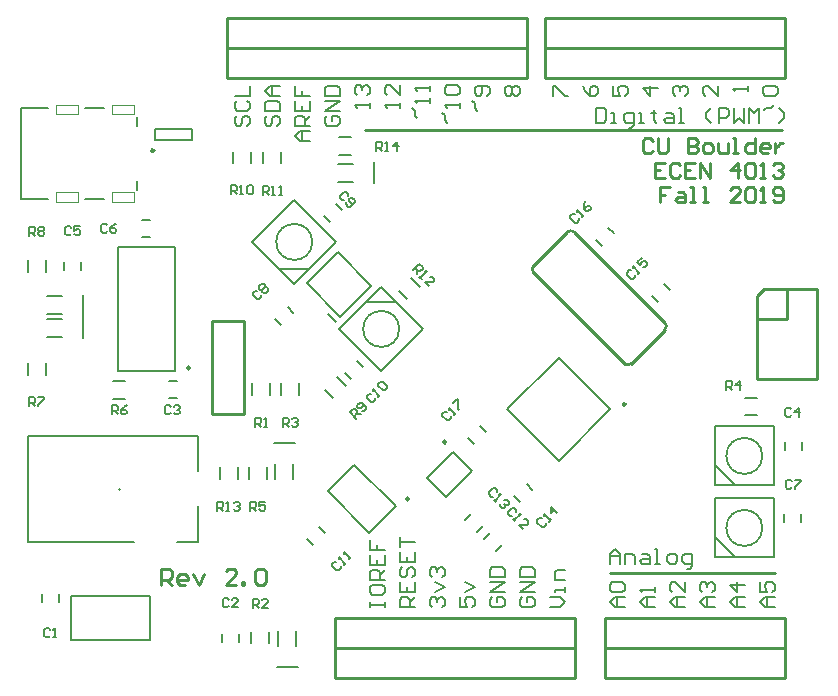
<source format=gto>
G04*
G04 #@! TF.GenerationSoftware,Altium Limited,Altium Designer,19.1.8 (144)*
G04*
G04 Layer_Color=65535*
%FSLAX25Y25*%
%MOIN*%
G70*
G01*
G75*
%ADD10C,0.00984*%
%ADD11C,0.00787*%
%ADD12C,0.01000*%
%ADD13C,0.00600*%
%ADD14C,0.00500*%
%ADD15C,0.00900*%
%ADD16C,0.00800*%
%ADD17C,0.00700*%
%ADD18C,0.00000*%
D10*
X56567Y103315D02*
G03*
X56567Y103315I-492J0D01*
G01*
X201815Y91240D02*
G03*
X201815Y91240I-492J0D01*
G01*
X44602Y175835D02*
G03*
X44602Y175835I-492J0D01*
G01*
X141970Y78639D02*
G03*
X141970Y78639I-492J0D01*
G01*
X129564Y59641D02*
G03*
X129564Y59641I-492J0D01*
G01*
D11*
X126282Y116337D02*
G03*
X126282Y116337I-6000J0D01*
G01*
X97290Y145328D02*
G03*
X97290Y145328I-6000J0D01*
G01*
X247300Y50000D02*
G03*
X247300Y50000I-6000J0D01*
G01*
Y74000D02*
G03*
X247300Y74000I-6000J0D01*
G01*
X153144Y83993D02*
X155093Y82044D01*
X149107Y79956D02*
X151056Y78007D01*
X89082Y123713D02*
X91030Y121765D01*
X85045Y119677D02*
X86994Y117728D01*
X101529Y95983D02*
X104312Y93199D01*
X105704Y100159D02*
X108488Y97375D01*
X105144Y157993D02*
X107093Y156044D01*
X101107Y153956D02*
X103056Y152007D01*
X152219Y48662D02*
X154167Y50610D01*
X148182Y52698D02*
X150131Y54647D01*
X158583Y42298D02*
X160531Y44246D01*
X154546Y46334D02*
X156495Y48283D01*
X95621Y46306D02*
X97570Y44358D01*
X99657Y50343D02*
X101606Y48394D01*
X32551Y143669D02*
X51449D01*
X32551Y102331D02*
X51449D01*
X32551D02*
Y143669D01*
X51449Y102331D02*
Y143669D01*
X254646Y51822D02*
Y54578D01*
X260354Y51822D02*
Y54578D01*
X254746Y75822D02*
Y78578D01*
X260454Y75822D02*
Y78578D01*
X241621Y93453D02*
X245558D01*
X241621Y87547D02*
X245558D01*
X112275Y105753D02*
X114224Y103804D01*
X108238Y101716D02*
X110187Y99767D01*
X77347Y94332D02*
Y98269D01*
X83253Y94332D02*
Y98269D01*
X87047Y94332D02*
Y98269D01*
X92953Y94332D02*
Y98269D01*
X2547Y101131D02*
Y105069D01*
X8453Y101131D02*
Y105069D01*
X8453Y135432D02*
Y139368D01*
X2547Y135432D02*
Y139368D01*
X76247Y66431D02*
Y70368D01*
X82153Y66431D02*
Y70368D01*
X49422Y98854D02*
X52178D01*
X49422Y93146D02*
X52178D01*
X40622Y152654D02*
X43378D01*
X40622Y146946D02*
X43378D01*
X106332Y180153D02*
X110268D01*
X106332Y174247D02*
X110268D01*
X31032Y93047D02*
X34969D01*
X31032Y98953D02*
X34969D01*
X86953Y171531D02*
Y175469D01*
X81047Y171531D02*
Y175469D01*
X76953Y171531D02*
Y175469D01*
X71047Y171531D02*
Y175469D01*
X16811Y27283D02*
X43189D01*
X16811Y12717D02*
X43189D01*
Y27283D01*
X16811Y12717D02*
Y27283D01*
X118000Y164900D02*
Y171900D01*
X20900Y120700D02*
Y127700D01*
Y113200D02*
Y120200D01*
X84400Y78200D02*
X91400D01*
X85500Y3714D02*
X92500D01*
X12854Y25217D02*
Y27972D01*
X7146Y25217D02*
Y27972D01*
X179400Y106760D02*
X196660Y89500D01*
X162140D02*
X179400Y72240D01*
X196660Y89500D01*
X162140D02*
X179400Y106760D01*
X82953Y11535D02*
Y15472D01*
X77047Y11535D02*
Y15472D01*
X72854Y12027D02*
Y14783D01*
X67146Y12027D02*
Y14783D01*
X126207Y129005D02*
X128990Y126221D01*
X130382Y133181D02*
X133166Y130397D01*
X20254Y135922D02*
Y138678D01*
X14546Y135922D02*
Y138678D01*
X164707Y60656D02*
X166656Y58707D01*
X168744Y64693D02*
X170693Y62744D01*
X191807Y146056D02*
X193756Y144107D01*
X195844Y150093D02*
X197793Y148144D01*
X214544Y131393D02*
X216493Y129444D01*
X210507Y127356D02*
X212456Y125407D01*
X66547Y66431D02*
Y70368D01*
X72453Y66431D02*
Y70368D01*
X120282Y130256D02*
X134201Y116337D01*
X106362Y116337D02*
X120282Y130256D01*
X106362Y116337D02*
X120282Y102417D01*
X134201Y116337D01*
X115443Y125418D02*
X125120Y125418D01*
X77371Y145328D02*
X91290Y131409D01*
X105210Y145328D01*
X91290Y159247D02*
X105210Y145328D01*
X77371D02*
X91290Y159247D01*
X86452Y136247D02*
X96129D01*
X231457Y40157D02*
Y59842D01*
Y40157D02*
X251143D01*
Y59842D01*
X231457D02*
X251143D01*
X231457Y47000D02*
X238300Y40157D01*
X231457Y64157D02*
Y83842D01*
Y64157D02*
X251143D01*
Y83842D01*
X231457D02*
X251143D01*
X231457Y71000D02*
X238300Y64157D01*
X44898Y179378D02*
X57102D01*
X44898Y182921D02*
X57102D01*
X44898Y179378D02*
Y182921D01*
X57102Y179378D02*
Y182921D01*
X135423Y66599D02*
X141826Y60196D01*
X144053Y75229D02*
X150456Y68826D01*
X141826Y60196D02*
X150456Y68826D01*
X135423Y66599D02*
X144053Y75229D01*
X111311Y71139D02*
X125230Y57219D01*
X102402Y62230D02*
X116322Y48311D01*
X125230Y57219D01*
X102402Y62230D02*
X111311Y71139D01*
X105792Y141893D02*
X116928Y130757D01*
X95492Y131592D02*
X106627Y120457D01*
X116928Y130757D01*
X95492Y131592D02*
X105792Y141893D01*
X102674Y121275D02*
X105149Y118800D01*
D12*
X184473Y148662D02*
G03*
X182352Y148662I-1061J-1061D01*
G01*
X171038Y137348D02*
G03*
X171005Y135193I1061J-1094D01*
G01*
X214879Y116135D02*
G03*
X214912Y118289I-1061J1094D01*
G01*
X201394Y104804D02*
G03*
X203548Y104804I1077J1077D01*
G01*
X196500Y35000D02*
X251500D01*
X115000Y182500D02*
X254000D01*
X105000Y0D02*
Y10000D01*
Y0D02*
X185000D01*
Y10000D01*
X195000Y0D02*
Y5000D01*
Y0D02*
X205000D01*
X255000D02*
Y10000D01*
X205000Y0D02*
X255000D01*
X195000Y5000D02*
Y10000D01*
X255000Y210000D02*
Y220000D01*
X175000Y210000D02*
Y220000D01*
X255000D01*
X159000D02*
X169000D01*
X69000Y210000D02*
Y220000D01*
X159000D01*
X169000Y210000D02*
Y220000D01*
X248051Y129803D02*
X265551D01*
X245551Y127303D02*
X248051Y129803D01*
X245551Y99803D02*
Y127303D01*
X255551Y119803D02*
Y129803D01*
X245551Y119803D02*
X255551D01*
X265551Y99803D02*
Y129803D01*
X245551Y99803D02*
X265551D01*
X169000Y200000D02*
Y210000D01*
X159000Y200000D02*
X169000D01*
X69000Y210000D02*
X159000D01*
X69000Y200000D02*
Y210000D01*
Y200000D02*
X159000D01*
Y210000D02*
X169000D01*
X185000Y10000D02*
Y20000D01*
X105000Y10000D02*
X185000D01*
X105000D02*
Y20000D01*
X185000D01*
X175000Y210000D02*
X255000D01*
X175000Y200000D02*
Y210000D01*
Y200000D02*
X255000D01*
Y210000D01*
X195000Y15000D02*
Y20000D01*
X205000D01*
Y10000D02*
X255000D01*
Y20000D01*
X205000D02*
X255000D01*
X195000Y10000D02*
X205000D01*
X195000D02*
Y15000D01*
X64000Y88000D02*
Y119000D01*
X74500D01*
X64000Y88000D02*
X74500D01*
Y119000D01*
X32969Y63000D02*
X33000D01*
X171005Y135193D02*
X201410Y104788D01*
X184507Y148695D02*
X214912Y118289D01*
X203548Y104804D02*
X214879Y116135D01*
X171022Y137331D02*
X182369Y148678D01*
D13*
X106000Y165400D02*
X111000D01*
X106000Y171400D02*
X111000D01*
X8900Y121200D02*
X13900D01*
X8900Y127200D02*
X13900D01*
X8900Y113700D02*
X13900D01*
X8900Y119700D02*
X13900D01*
X90900Y66200D02*
Y71200D01*
X84900Y66200D02*
Y71200D01*
X86000Y10714D02*
Y15714D01*
X92000Y10714D02*
Y15714D01*
D14*
X38906Y184063D02*
Y186858D01*
Y162803D02*
Y165677D01*
X21661Y190008D02*
X28000D01*
X21661Y159693D02*
X28000D01*
X126Y190008D02*
X9221D01*
X126Y159693D02*
Y190008D01*
Y159693D02*
X9221D01*
X2654Y45283D02*
X37890D01*
X59346Y69102D02*
Y80717D01*
X2654D02*
X59346D01*
X2654Y45283D02*
Y80717D01*
X59346Y45283D02*
Y57291D01*
X52063Y45283D02*
X59346D01*
D15*
X210763Y178981D02*
X209930Y179815D01*
X208263D01*
X207430Y178981D01*
Y175649D01*
X208263Y174816D01*
X209930D01*
X210763Y175649D01*
X212429Y179815D02*
Y175649D01*
X213262Y174816D01*
X214928D01*
X215761Y175649D01*
Y179815D01*
X222426D02*
Y174816D01*
X224925D01*
X225758Y175649D01*
Y176482D01*
X224925Y177315D01*
X222426D01*
X224925D01*
X225758Y178148D01*
Y178981D01*
X224925Y179815D01*
X222426D01*
X228257Y174816D02*
X229923D01*
X230756Y175649D01*
Y177315D01*
X229923Y178148D01*
X228257D01*
X227424Y177315D01*
Y175649D01*
X228257Y174816D01*
X232422Y178148D02*
Y175649D01*
X233255Y174816D01*
X235755D01*
Y178148D01*
X237421Y174816D02*
X239087D01*
X238254D01*
Y179815D01*
X237421D01*
X244918D02*
Y174816D01*
X242419D01*
X241586Y175649D01*
Y177315D01*
X242419Y178148D01*
X244918D01*
X249084Y174816D02*
X247417D01*
X246584Y175649D01*
Y177315D01*
X247417Y178148D01*
X249084D01*
X249917Y177315D01*
Y176482D01*
X246584D01*
X251583Y178148D02*
Y174816D01*
Y176482D01*
X252416Y177315D01*
X253249Y178148D01*
X254082D01*
X214928Y171656D02*
X211596D01*
Y166658D01*
X214928D01*
X211596Y169157D02*
X213262D01*
X219926Y170823D02*
X219093Y171656D01*
X217427D01*
X216594Y170823D01*
Y167491D01*
X217427Y166658D01*
X219093D01*
X219926Y167491D01*
X224925Y171656D02*
X221592D01*
Y166658D01*
X224925D01*
X221592Y169157D02*
X223259D01*
X226591Y166658D02*
Y171656D01*
X229923Y166658D01*
Y171656D01*
X239087Y166658D02*
Y171656D01*
X236588Y169157D01*
X239920D01*
X241586Y170823D02*
X242419Y171656D01*
X244085D01*
X244918Y170823D01*
Y167491D01*
X244085Y166658D01*
X242419D01*
X241586Y167491D01*
Y170823D01*
X246584Y166658D02*
X248251D01*
X247417D01*
Y171656D01*
X246584Y170823D01*
X250750D02*
X251583Y171656D01*
X253249D01*
X254082Y170823D01*
Y169990D01*
X253249Y169157D01*
X252416D01*
X253249D01*
X254082Y168324D01*
Y167491D01*
X253249Y166658D01*
X251583D01*
X250750Y167491D01*
X216594Y163498D02*
X213262D01*
Y160999D01*
X214928D01*
X213262D01*
Y158500D01*
X219093Y161832D02*
X220759D01*
X221592Y160999D01*
Y158500D01*
X219093D01*
X218260Y159333D01*
X219093Y160166D01*
X221592D01*
X223259Y158500D02*
X224925D01*
X224092D01*
Y163498D01*
X223259D01*
X227424Y158500D02*
X229090D01*
X228257D01*
Y163498D01*
X227424D01*
X239920Y158500D02*
X236588D01*
X239920Y161832D01*
Y162665D01*
X239087Y163498D01*
X237421D01*
X236588Y162665D01*
X241586D02*
X242419Y163498D01*
X244085D01*
X244918Y162665D01*
Y159333D01*
X244085Y158500D01*
X242419D01*
X241586Y159333D01*
Y162665D01*
X246584Y158500D02*
X248251D01*
X247417D01*
Y163498D01*
X246584Y162665D01*
X250750Y159333D02*
X251583Y158500D01*
X253249D01*
X254082Y159333D01*
Y162665D01*
X253249Y163498D01*
X251583D01*
X250750Y162665D01*
Y161832D01*
X251583Y160999D01*
X254082D01*
X46800Y31000D02*
Y36398D01*
X49499D01*
X50399Y35499D01*
Y33699D01*
X49499Y32799D01*
X46800D01*
X48599D02*
X50399Y31000D01*
X54897D02*
X53098D01*
X52198Y31900D01*
Y33699D01*
X53098Y34599D01*
X54897D01*
X55797Y33699D01*
Y32799D01*
X52198D01*
X57596Y34599D02*
X59396Y31000D01*
X61195Y34599D01*
X71992Y31000D02*
X68393D01*
X71992Y34599D01*
Y35499D01*
X71092Y36398D01*
X69293D01*
X68393Y35499D01*
X73791Y31000D02*
Y31900D01*
X74691D01*
Y31000D01*
X73791D01*
X78290Y35499D02*
X79189Y36398D01*
X80989D01*
X81889Y35499D01*
Y31900D01*
X80989Y31000D01*
X79189D01*
X78290Y31900D01*
Y35499D01*
D16*
X196500Y38000D02*
Y41332D01*
X198166Y42998D01*
X199832Y41332D01*
Y38000D01*
Y40499D01*
X196500D01*
X201498Y38000D02*
Y41332D01*
X203998D01*
X204831Y40499D01*
Y38000D01*
X207330Y41332D02*
X208996D01*
X209829Y40499D01*
Y38000D01*
X207330D01*
X206497Y38833D01*
X207330Y39666D01*
X209829D01*
X211495Y38000D02*
X213161D01*
X212328D01*
Y42998D01*
X211495D01*
X216494Y38000D02*
X218160D01*
X218993Y38833D01*
Y40499D01*
X218160Y41332D01*
X216494D01*
X215661Y40499D01*
Y38833D01*
X216494Y38000D01*
X222325Y36334D02*
X223158D01*
X223991Y37167D01*
Y41332D01*
X221492D01*
X220659Y40499D01*
Y38833D01*
X221492Y38000D01*
X223991D01*
X192000Y189998D02*
Y185000D01*
X194499D01*
X195332Y185833D01*
Y189165D01*
X194499Y189998D01*
X192000D01*
X196998Y185000D02*
X198664D01*
X197831D01*
Y188332D01*
X196998D01*
X202830Y183334D02*
X203663D01*
X204496Y184167D01*
Y188332D01*
X201997D01*
X201164Y187499D01*
Y185833D01*
X201997Y185000D01*
X204496D01*
X206162D02*
X207828D01*
X206995D01*
Y188332D01*
X206162D01*
X211160Y189165D02*
Y188332D01*
X210327D01*
X211994D01*
X211160D01*
Y185833D01*
X211994Y185000D01*
X215326Y188332D02*
X216992D01*
X217825Y187499D01*
Y185000D01*
X215326D01*
X214493Y185833D01*
X215326Y186666D01*
X217825D01*
X219491Y185000D02*
X221157D01*
X220324D01*
Y189998D01*
X219491D01*
X230321Y185000D02*
X228655Y186666D01*
Y188332D01*
X230321Y189998D01*
X232820Y185000D02*
Y189998D01*
X235319D01*
X236152Y189165D01*
Y187499D01*
X235319Y186666D01*
X232820D01*
X237819Y189998D02*
Y185000D01*
X239485Y186666D01*
X241151Y185000D01*
Y189998D01*
X242817Y185000D02*
Y189998D01*
X244483Y188332D01*
X246149Y189998D01*
Y185000D01*
X247815Y189165D02*
X248648Y189998D01*
X250314D01*
X251148Y190831D01*
X252814Y185000D02*
X254480Y186666D01*
Y188332D01*
X252814Y189998D01*
X177502Y194000D02*
Y197332D01*
X178335D01*
X181667Y194000D01*
X182500D01*
X72335Y187332D02*
X71502Y186499D01*
Y184833D01*
X72335Y184000D01*
X73168D01*
X74001Y184833D01*
Y186499D01*
X74834Y187332D01*
X75667D01*
X76500Y186499D01*
Y184833D01*
X75667Y184000D01*
X72335Y192331D02*
X71502Y191498D01*
Y189831D01*
X72335Y188998D01*
X75667D01*
X76500Y189831D01*
Y191498D01*
X75667Y192331D01*
X71502Y193997D02*
X76500D01*
Y197329D01*
X82335Y187332D02*
X81502Y186499D01*
Y184833D01*
X82335Y184000D01*
X83168D01*
X84001Y184833D01*
Y186499D01*
X84834Y187332D01*
X85667D01*
X86500Y186499D01*
Y184833D01*
X85667Y184000D01*
X81502Y188998D02*
X86500D01*
Y191498D01*
X85667Y192331D01*
X82335D01*
X81502Y191498D01*
Y188998D01*
X86500Y193997D02*
X83168D01*
X81502Y195663D01*
X83168Y197329D01*
X86500D01*
X84001D01*
Y193997D01*
X96500Y179000D02*
X93168D01*
X91502Y180666D01*
X93168Y182332D01*
X96500D01*
X94001D01*
Y179000D01*
X96500Y183998D02*
X91502D01*
Y186498D01*
X92335Y187331D01*
X94001D01*
X94834Y186498D01*
Y183998D01*
Y185664D02*
X96500Y187331D01*
X91502Y192329D02*
Y188997D01*
X96500D01*
Y192329D01*
X94001Y188997D02*
Y190663D01*
X91502Y197327D02*
Y193995D01*
X94001D01*
Y195661D01*
Y193995D01*
X96500D01*
X102335Y187332D02*
X101502Y186499D01*
Y184833D01*
X102335Y184000D01*
X105667D01*
X106500Y184833D01*
Y186499D01*
X105667Y187332D01*
X104001D01*
Y185666D01*
X106500Y188998D02*
X101502D01*
X106500Y192331D01*
X101502D01*
Y193997D02*
X106500D01*
Y196496D01*
X105667Y197329D01*
X102335D01*
X101502Y196496D01*
Y193997D01*
X116500Y190000D02*
Y191666D01*
Y190833D01*
X111502D01*
X112335Y190000D01*
Y194165D02*
X111502Y194998D01*
Y196665D01*
X112335Y197498D01*
X113168D01*
X114001Y196665D01*
Y195831D01*
Y196665D01*
X114834Y197498D01*
X115667D01*
X116500Y196665D01*
Y194998D01*
X115667Y194165D01*
X126500Y190000D02*
Y191666D01*
Y190833D01*
X121502D01*
X122335Y190000D01*
X126500Y197498D02*
Y194165D01*
X123168Y197498D01*
X122335D01*
X121502Y196665D01*
Y194998D01*
X122335Y194165D01*
X132335Y186500D02*
X131502Y187333D01*
Y188999D01*
X130669Y189832D01*
X136500Y191498D02*
Y193165D01*
Y192331D01*
X131502D01*
X132335Y191498D01*
X136500Y195664D02*
Y197330D01*
Y196497D01*
X131502D01*
X132335Y195664D01*
X142335Y185000D02*
X141502Y185833D01*
Y187499D01*
X140669Y188332D01*
X146500Y189998D02*
Y191665D01*
Y190831D01*
X141502D01*
X142335Y189998D01*
Y194164D02*
X141502Y194997D01*
Y196663D01*
X142335Y197496D01*
X145667D01*
X146500Y196663D01*
Y194997D01*
X145667Y194164D01*
X142335D01*
X152335Y189000D02*
X151502Y189833D01*
Y191499D01*
X150669Y192332D01*
X155667Y193998D02*
X156500Y194831D01*
Y196498D01*
X155667Y197331D01*
X152335D01*
X151502Y196498D01*
Y194831D01*
X152335Y193998D01*
X153168D01*
X154001Y194831D01*
Y197331D01*
X162335Y194000D02*
X161502Y194833D01*
Y196499D01*
X162335Y197332D01*
X163168D01*
X164001Y196499D01*
X164834Y197332D01*
X165667D01*
X166500Y196499D01*
Y194833D01*
X165667Y194000D01*
X164834D01*
X164001Y194833D01*
X163168Y194000D01*
X162335D01*
X164001Y194833D02*
Y196499D01*
X176502Y23500D02*
X179834D01*
X181500Y25166D01*
X179834Y26832D01*
X176502D01*
X181500Y28498D02*
Y30165D01*
Y29331D01*
X178168D01*
Y28498D01*
X181500Y32664D02*
X178168D01*
Y35163D01*
X179001Y35996D01*
X181500D01*
X167335Y26832D02*
X166502Y25999D01*
Y24333D01*
X167335Y23500D01*
X170667D01*
X171500Y24333D01*
Y25999D01*
X170667Y26832D01*
X169001D01*
Y25166D01*
X171500Y28498D02*
X166502D01*
X171500Y31831D01*
X166502D01*
Y33497D02*
X171500D01*
Y35996D01*
X170667Y36829D01*
X167335D01*
X166502Y35996D01*
Y33497D01*
X157335Y26832D02*
X156502Y25999D01*
Y24333D01*
X157335Y23500D01*
X160667D01*
X161500Y24333D01*
Y25999D01*
X160667Y26832D01*
X159001D01*
Y25166D01*
X161500Y28498D02*
X156502D01*
X161500Y31831D01*
X156502D01*
Y33497D02*
X161500D01*
Y35996D01*
X160667Y36829D01*
X157335D01*
X156502Y35996D01*
Y33497D01*
X146502Y26832D02*
Y23500D01*
X149001D01*
X148168Y25166D01*
Y25999D01*
X149001Y26832D01*
X150667D01*
X151500Y25999D01*
Y24333D01*
X150667Y23500D01*
X148168Y28498D02*
X151500Y30165D01*
X148168Y31831D01*
X137335Y23500D02*
X136502Y24333D01*
Y25999D01*
X137335Y26832D01*
X138168D01*
X139001Y25999D01*
Y25166D01*
Y25999D01*
X139834Y26832D01*
X140667D01*
X141500Y25999D01*
Y24333D01*
X140667Y23500D01*
X138168Y28498D02*
X141500Y30165D01*
X138168Y31831D01*
X137335Y33497D02*
X136502Y34330D01*
Y35996D01*
X137335Y36829D01*
X138168D01*
X139001Y35996D01*
Y35163D01*
Y35996D01*
X139834Y36829D01*
X140667D01*
X141500Y35996D01*
Y34330D01*
X140667Y33497D01*
X131500Y23500D02*
X126502D01*
Y25999D01*
X127335Y26832D01*
X129001D01*
X129834Y25999D01*
Y23500D01*
Y25166D02*
X131500Y26832D01*
X126502Y31831D02*
Y28498D01*
X131500D01*
Y31831D01*
X129001Y28498D02*
Y30165D01*
X127335Y36829D02*
X126502Y35996D01*
Y34330D01*
X127335Y33497D01*
X128168D01*
X129001Y34330D01*
Y35996D01*
X129834Y36829D01*
X130667D01*
X131500Y35996D01*
Y34330D01*
X130667Y33497D01*
X126502Y41827D02*
Y38495D01*
X131500D01*
Y41827D01*
X129001Y38495D02*
Y40161D01*
X126502Y43494D02*
Y46826D01*
Y45160D01*
X131500D01*
X116502Y23500D02*
Y25166D01*
Y24333D01*
X121500D01*
Y23500D01*
Y25166D01*
X116502Y30165D02*
Y28498D01*
X117335Y27665D01*
X120667D01*
X121500Y28498D01*
Y30165D01*
X120667Y30998D01*
X117335D01*
X116502Y30165D01*
X121500Y32664D02*
X116502D01*
Y35163D01*
X117335Y35996D01*
X119001D01*
X119834Y35163D01*
Y32664D01*
Y34330D02*
X121500Y35996D01*
X116502Y40994D02*
Y37662D01*
X121500D01*
Y40994D01*
X119001Y37662D02*
Y39328D01*
X116502Y45993D02*
Y42660D01*
X119001D01*
Y44327D01*
Y42660D01*
X121500D01*
X187502Y197332D02*
X188335Y195666D01*
X190001Y194000D01*
X191667D01*
X192500Y194833D01*
Y196499D01*
X191667Y197332D01*
X190834D01*
X190001Y196499D01*
Y194000D01*
X197502Y197332D02*
Y194000D01*
X200001D01*
X199168Y195666D01*
Y196499D01*
X200001Y197332D01*
X201667D01*
X202500Y196499D01*
Y194833D01*
X201667Y194000D01*
X212500Y196499D02*
X207502D01*
X210001Y194000D01*
Y197332D01*
X218335Y194000D02*
X217502Y194833D01*
Y196499D01*
X218335Y197332D01*
X219168D01*
X220001Y196499D01*
Y195666D01*
Y196499D01*
X220834Y197332D01*
X221667D01*
X222500Y196499D01*
Y194833D01*
X221667Y194000D01*
X232500Y197332D02*
Y194000D01*
X229168Y197332D01*
X228335D01*
X227502Y196499D01*
Y194833D01*
X228335Y194000D01*
X242500Y195500D02*
Y197166D01*
Y196333D01*
X237502D01*
X238335Y195500D01*
X248335Y194000D02*
X247502Y194833D01*
Y196499D01*
X248335Y197332D01*
X251667D01*
X252500Y196499D01*
Y194833D01*
X251667Y194000D01*
X248335D01*
X211500Y23500D02*
X208168D01*
X206502Y25166D01*
X208168Y26832D01*
X211500D01*
X209001D01*
Y23500D01*
X211500Y28498D02*
Y30165D01*
Y29331D01*
X206502D01*
X207335Y28498D01*
X201500Y23500D02*
X198168D01*
X196502Y25166D01*
X198168Y26832D01*
X201500D01*
X199001D01*
Y23500D01*
X197335Y28498D02*
X196502Y29331D01*
Y30998D01*
X197335Y31831D01*
X200667D01*
X201500Y30998D01*
Y29331D01*
X200667Y28498D01*
X197335D01*
X221500Y23500D02*
X218168D01*
X216502Y25166D01*
X218168Y26832D01*
X221500D01*
X219001D01*
Y23500D01*
X221500Y31831D02*
Y28498D01*
X218168Y31831D01*
X217335D01*
X216502Y30998D01*
Y29331D01*
X217335Y28498D01*
X231500Y23500D02*
X228168D01*
X226502Y25166D01*
X228168Y26832D01*
X231500D01*
X229001D01*
Y23500D01*
X227335Y28498D02*
X226502Y29331D01*
Y30998D01*
X227335Y31831D01*
X228168D01*
X229001Y30998D01*
Y30165D01*
Y30998D01*
X229834Y31831D01*
X230667D01*
X231500Y30998D01*
Y29331D01*
X230667Y28498D01*
X241500Y23500D02*
X238168D01*
X236502Y25166D01*
X238168Y26832D01*
X241500D01*
X239001D01*
Y23500D01*
X241500Y30998D02*
X236502D01*
X239001Y28498D01*
Y31831D01*
X251500Y23500D02*
X248168D01*
X246502Y25166D01*
X248168Y26832D01*
X251500D01*
X249001D01*
Y23500D01*
X246502Y31831D02*
Y28498D01*
X249001D01*
X248168Y30165D01*
Y30998D01*
X249001Y31831D01*
X250667D01*
X251500Y30998D01*
Y29331D01*
X250667Y28498D01*
D17*
X118600Y175800D02*
Y178799D01*
X120099D01*
X120599Y178299D01*
Y177299D01*
X120099Y176800D01*
X118600D01*
X119600D02*
X120599Y175800D01*
X121599D02*
X122599D01*
X122099D01*
Y178799D01*
X121599Y178299D01*
X125598Y175800D02*
Y178799D01*
X124098Y177299D01*
X126098D01*
X65600Y55700D02*
Y58699D01*
X67099D01*
X67599Y58199D01*
Y57200D01*
X67099Y56700D01*
X65600D01*
X66600D02*
X67599Y55700D01*
X68599D02*
X69599D01*
X69099D01*
Y58699D01*
X68599Y58199D01*
X71098D02*
X71598Y58699D01*
X72598D01*
X73098Y58199D01*
Y57699D01*
X72598Y57200D01*
X72098D01*
X72598D01*
X73098Y56700D01*
Y56200D01*
X72598Y55700D01*
X71598D01*
X71098Y56200D01*
X130900Y135900D02*
X133021Y138021D01*
X134081Y136960D01*
X134081Y136253D01*
X133374Y135547D01*
X132667Y135547D01*
X131607Y136607D01*
X132314Y135900D02*
X132314Y134486D01*
X133021Y133779D02*
X133728Y133072D01*
X133374Y133426D01*
X135495Y135547D01*
X134788D01*
X136202Y130598D02*
X134788Y132012D01*
X137615D01*
X137969Y132366D01*
Y133072D01*
X137262Y133779D01*
X136555D01*
X80800Y161100D02*
Y164099D01*
X82300D01*
X82799Y163599D01*
Y162600D01*
X82300Y162100D01*
X80800D01*
X81800D02*
X82799Y161100D01*
X83799D02*
X84799D01*
X84299D01*
Y164099D01*
X83799Y163599D01*
X86298Y161100D02*
X87298D01*
X86798D01*
Y164099D01*
X86298Y163599D01*
X70100Y161200D02*
Y164199D01*
X71600D01*
X72099Y163699D01*
Y162699D01*
X71600Y162200D01*
X70100D01*
X71100D02*
X72099Y161200D01*
X73099D02*
X74099D01*
X73599D01*
Y164199D01*
X73099Y163699D01*
X75598D02*
X76098Y164199D01*
X77098D01*
X77598Y163699D01*
Y161700D01*
X77098Y161200D01*
X76098D01*
X75598Y161700D01*
Y163699D01*
X112000Y86400D02*
X109879Y88521D01*
X110940Y89581D01*
X111647Y89581D01*
X112353Y88874D01*
X112353Y88167D01*
X111293Y87107D01*
X112000Y87814D02*
X113414Y87814D01*
X113767Y88874D02*
X114474D01*
X115181Y89581D01*
X115181Y90288D01*
X113767Y91702D01*
X113060Y91702D01*
X112353Y90995D01*
Y90288D01*
X112707Y89934D01*
X113414Y89934D01*
X114474Y90995D01*
X3000Y147400D02*
Y150399D01*
X4499D01*
X4999Y149899D01*
Y148899D01*
X4499Y148400D01*
X3000D01*
X4000D02*
X4999Y147400D01*
X5999Y149899D02*
X6499Y150399D01*
X7499D01*
X7998Y149899D01*
Y149399D01*
X7499Y148899D01*
X7998Y148400D01*
Y147900D01*
X7499Y147400D01*
X6499D01*
X5999Y147900D01*
Y148400D01*
X6499Y148899D01*
X5999Y149399D01*
Y149899D01*
X6499Y148899D02*
X7499D01*
X3000Y90600D02*
Y93599D01*
X4499D01*
X4999Y93099D01*
Y92099D01*
X4499Y91600D01*
X3000D01*
X4000D02*
X4999Y90600D01*
X5999Y93599D02*
X7998D01*
Y93099D01*
X5999Y91100D01*
Y90600D01*
X30500Y87900D02*
Y90899D01*
X31999D01*
X32499Y90399D01*
Y89399D01*
X31999Y88900D01*
X30500D01*
X31500D02*
X32499Y87900D01*
X35498Y90899D02*
X34499Y90399D01*
X33499Y89399D01*
Y88400D01*
X33999Y87900D01*
X34999D01*
X35498Y88400D01*
Y88900D01*
X34999Y89399D01*
X33499D01*
X76700Y55700D02*
Y58699D01*
X78199D01*
X78699Y58199D01*
Y57200D01*
X78199Y56700D01*
X76700D01*
X77700D02*
X78699Y55700D01*
X81698Y58699D02*
X79699D01*
Y57200D01*
X80699Y57699D01*
X81199D01*
X81698Y57200D01*
Y56200D01*
X81199Y55700D01*
X80199D01*
X79699Y56200D01*
X87500Y83800D02*
Y86799D01*
X88999D01*
X89499Y86299D01*
Y85299D01*
X88999Y84800D01*
X87500D01*
X88500D02*
X89499Y83800D01*
X90499Y86299D02*
X90999Y86799D01*
X91999D01*
X92498Y86299D01*
Y85799D01*
X91999Y85299D01*
X91499D01*
X91999D01*
X92498Y84800D01*
Y84300D01*
X91999Y83800D01*
X90999D01*
X90499Y84300D01*
X77400Y23400D02*
Y26399D01*
X78900D01*
X79399Y25899D01*
Y24900D01*
X78900Y24400D01*
X77400D01*
X78400D02*
X79399Y23400D01*
X82398D02*
X80399D01*
X82398Y25399D01*
Y25899D01*
X81899Y26399D01*
X80899D01*
X80399Y25899D01*
X78300Y83800D02*
Y86799D01*
X79799D01*
X80299Y86299D01*
Y85299D01*
X79799Y84800D01*
X78300D01*
X79300D02*
X80299Y83800D01*
X81299D02*
X82299D01*
X81799D01*
Y86799D01*
X81299Y86299D01*
X235300Y96000D02*
Y98999D01*
X236800D01*
X237299Y98499D01*
Y97500D01*
X236800Y97000D01*
X235300D01*
X236300D02*
X237299Y96000D01*
X239798D02*
Y98999D01*
X238299Y97500D01*
X240298D01*
X142067Y88660D02*
X141360Y88660D01*
X140653Y87953D01*
Y87246D01*
X142067Y85832D01*
X142773D01*
X143480Y86539D01*
X143480Y87246D01*
X144541Y87599D02*
X145248Y88306D01*
X144894Y87953D01*
X142773Y90073D01*
Y89367D01*
X144187Y91487D02*
X145601Y92901D01*
X145955Y92548D01*
Y89720D01*
X146308Y89367D01*
X184759Y154594D02*
X184052Y154594D01*
X183345Y153887D01*
Y153181D01*
X184759Y151767D01*
X185466D01*
X186173Y152474D01*
X186173Y153181D01*
X187233Y153534D02*
X187940Y154241D01*
X187587Y153887D01*
X185466Y156008D01*
Y155301D01*
X188294Y158836D02*
X187940Y157775D01*
Y156361D01*
X188647Y155655D01*
X189354D01*
X190061Y156361D01*
X190061Y157068D01*
X189707Y157422D01*
X189000Y157422D01*
X187940Y156361D01*
X203530Y135824D02*
X202823Y135824D01*
X202116Y135117D01*
Y134410D01*
X203530Y132996D01*
X204237D01*
X204944Y133703D01*
X204944Y134410D01*
X206004Y134763D02*
X206711Y135470D01*
X206357Y135117D01*
X204237Y137237D01*
Y136530D01*
X207064Y140065D02*
X205650Y138651D01*
X206711Y137591D01*
X207064Y138651D01*
X207418Y139005D01*
X208125D01*
X208832Y138298D01*
X208832Y137591D01*
X208125Y136884D01*
X207418D01*
X173747Y53181D02*
X173040Y53181D01*
X172333Y52474D01*
Y51767D01*
X173747Y50353D01*
X174453D01*
X175160Y51060D01*
X175160Y51767D01*
X176221Y52121D02*
X176927Y52828D01*
X176574Y52474D01*
X174453Y54595D01*
Y53888D01*
X179048Y54948D02*
X176927Y57069D01*
Y54948D01*
X178341Y56362D01*
X158881Y61853D02*
X158881Y62560D01*
X158174Y63267D01*
X157467D01*
X156053Y61853D01*
Y61147D01*
X156760Y60440D01*
X157467Y60440D01*
X157821Y59379D02*
X158528Y58672D01*
X158174Y59026D01*
X160295Y61147D01*
X159588D01*
X161355Y59379D02*
X162062D01*
X162769Y58672D01*
Y57966D01*
X162415Y57612D01*
X161708D01*
X161355Y57966D01*
X161708Y57612D01*
X161708Y56905D01*
X161355Y56552D01*
X160648Y56552D01*
X159941Y57259D01*
Y57966D01*
X165381Y55353D02*
X165381Y56060D01*
X164674Y56767D01*
X163967D01*
X162553Y55353D01*
Y54647D01*
X163260Y53940D01*
X163967Y53940D01*
X164321Y52879D02*
X165027Y52172D01*
X164674Y52526D01*
X166795Y54647D01*
X166088D01*
X167502Y49698D02*
X166088Y51112D01*
X168915D01*
X169269Y51466D01*
Y52172D01*
X168562Y52879D01*
X167855D01*
X105347Y38781D02*
X104640Y38781D01*
X103933Y38074D01*
Y37367D01*
X105347Y35953D01*
X106053D01*
X106760Y36660D01*
X106760Y37367D01*
X107821Y37721D02*
X108528Y38427D01*
X108174Y38074D01*
X106053Y40195D01*
Y39488D01*
X109588D02*
X110295Y40195D01*
X109941Y39841D01*
X107821Y41962D01*
Y41255D01*
X116847Y94781D02*
X116140Y94781D01*
X115433Y94074D01*
Y93367D01*
X116847Y91953D01*
X117553D01*
X118260Y92660D01*
X118260Y93367D01*
X119321Y93721D02*
X120027Y94428D01*
X119674Y94074D01*
X117553Y96195D01*
Y95488D01*
X119321Y97255D02*
Y97962D01*
X120027Y98669D01*
X120734D01*
X122148Y97255D01*
X122148Y96548D01*
X121441Y95841D01*
X120734D01*
X119321Y97255D01*
X78947Y129081D02*
X78240Y129081D01*
X77533Y128374D01*
Y127667D01*
X78947Y126253D01*
X79653D01*
X80360Y126960D01*
X80360Y127667D01*
X79653Y129788D02*
Y130495D01*
X80360Y131202D01*
X81067Y131202D01*
X81421Y130848D01*
Y130141D01*
X82127Y130141D01*
X82481Y129788D01*
X82481Y129081D01*
X81774Y128374D01*
X81067D01*
X80714Y128727D01*
Y129434D01*
X80007Y129434D01*
X79653Y129788D01*
X80714Y129434D02*
X81421Y130141D01*
X109281Y160653D02*
X109281Y161360D01*
X108574Y162067D01*
X107867D01*
X106453Y160653D01*
Y159947D01*
X107160Y159240D01*
X107867Y159240D01*
X108574Y158533D02*
Y157826D01*
X109281Y157119D01*
X109988Y157119D01*
X111402Y158533D01*
X111402Y159240D01*
X110695Y159947D01*
X109988D01*
X109634Y159593D01*
X109634Y158886D01*
X110695Y157826D01*
X257199Y65599D02*
X256699Y66099D01*
X255700D01*
X255200Y65599D01*
Y63600D01*
X255700Y63100D01*
X256699D01*
X257199Y63600D01*
X258199Y66099D02*
X260198D01*
Y65599D01*
X258199Y63600D01*
Y63100D01*
X28899Y150899D02*
X28400Y151399D01*
X27400D01*
X26900Y150899D01*
Y148900D01*
X27400Y148400D01*
X28400D01*
X28899Y148900D01*
X31898Y151399D02*
X30899Y150899D01*
X29899Y149899D01*
Y148900D01*
X30399Y148400D01*
X31399D01*
X31898Y148900D01*
Y149400D01*
X31399Y149899D01*
X29899D01*
X16999Y149999D02*
X16499Y150499D01*
X15500D01*
X15000Y149999D01*
Y148000D01*
X15500Y147500D01*
X16499D01*
X16999Y148000D01*
X19998Y150499D02*
X17999D01*
Y149000D01*
X18999Y149499D01*
X19499D01*
X19998Y149000D01*
Y148000D01*
X19499Y147500D01*
X18499D01*
X17999Y148000D01*
X50199Y90399D02*
X49700Y90899D01*
X48700D01*
X48200Y90399D01*
Y88400D01*
X48700Y87900D01*
X49700D01*
X50199Y88400D01*
X51199Y90399D02*
X51699Y90899D01*
X52699D01*
X53198Y90399D01*
Y89899D01*
X52699Y89399D01*
X52199D01*
X52699D01*
X53198Y88900D01*
Y88400D01*
X52699Y87900D01*
X51699D01*
X51199Y88400D01*
X256999Y89499D02*
X256500Y89999D01*
X255500D01*
X255000Y89499D01*
Y87500D01*
X255500Y87000D01*
X256500D01*
X256999Y87500D01*
X259499Y87000D02*
Y89999D01*
X257999Y88499D01*
X259998D01*
X69399Y25999D02*
X68900Y26499D01*
X67900D01*
X67400Y25999D01*
Y24000D01*
X67900Y23500D01*
X68900D01*
X69399Y24000D01*
X72398Y23500D02*
X70399D01*
X72398Y25499D01*
Y25999D01*
X71899Y26499D01*
X70899D01*
X70399Y25999D01*
X9999Y15999D02*
X9499Y16499D01*
X8500D01*
X8000Y15999D01*
Y14000D01*
X8500Y13500D01*
X9499D01*
X9999Y14000D01*
X10999Y13500D02*
X11999D01*
X11499D01*
Y16499D01*
X10999Y15999D01*
D18*
X37921Y158709D02*
Y161858D01*
X30441D02*
X37921D01*
X30441Y158709D02*
Y161858D01*
Y158709D02*
X37921D01*
X19220Y187843D02*
Y190992D01*
X11740D02*
X19220D01*
X11740Y187843D02*
Y190992D01*
Y187843D02*
X19220D01*
X37921D02*
Y190992D01*
X30441D02*
X37921D01*
X30441Y187843D02*
Y190992D01*
Y187843D02*
X37921D01*
X19220Y158709D02*
Y161858D01*
X11740D02*
X19220D01*
X11740Y158709D02*
Y161858D01*
Y158709D02*
X19220D01*
M02*

</source>
